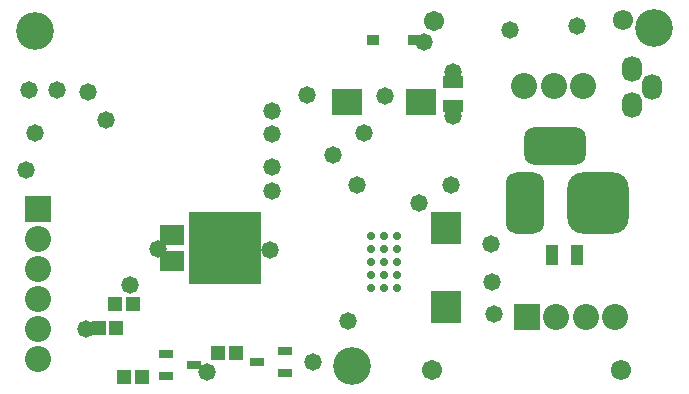
<source format=gbr>
%TF.GenerationSoftware,Altium Limited,Altium Designer,23.4.1 (23)*%
G04 Layer_Color=16711935*
%FSLAX45Y45*%
%MOMM*%
%TF.SameCoordinates,95043EA5-DFE4-4E97-A360-3BE786514F03*%
%TF.FilePolarity,Negative*%
%TF.FileFunction,Soldermask,Bot*%
%TF.Part,Single*%
G01*
G75*
%TA.AperFunction,SMDPad,CuDef*%
%ADD56R,1.15320X1.15320*%
%ADD59R,1.20320X1.15320*%
%TA.AperFunction,ComponentPad*%
%ADD63C,2.20320*%
%ADD64R,2.20320X2.20320*%
%TA.AperFunction,ViaPad*%
%ADD65C,3.20320*%
%TA.AperFunction,ComponentPad*%
%ADD66O,1.70320X1.72720*%
%ADD67C,1.70320*%
%ADD68O,1.70320X2.20320*%
G04:AMPARAMS|DCode=69|XSize=5.2032mm|YSize=3.2032mm|CornerRadius=0.8516mm|HoleSize=0mm|Usage=FLASHONLY|Rotation=180.000|XOffset=0mm|YOffset=0mm|HoleType=Round|Shape=RoundedRectangle|*
%AMROUNDEDRECTD69*
21,1,5.20320,1.50000,0,0,180.0*
21,1,3.50000,3.20320,0,0,180.0*
1,1,1.70320,-1.75000,0.75000*
1,1,1.70320,1.75000,0.75000*
1,1,1.70320,1.75000,-0.75000*
1,1,1.70320,-1.75000,-0.75000*
%
%ADD69ROUNDEDRECTD69*%
G04:AMPARAMS|DCode=70|XSize=3.2032mm|YSize=5.2032mm|CornerRadius=0.8516mm|HoleSize=0mm|Usage=FLASHONLY|Rotation=180.000|XOffset=0mm|YOffset=0mm|HoleType=Round|Shape=RoundedRectangle|*
%AMROUNDEDRECTD70*
21,1,3.20320,3.50000,0,0,180.0*
21,1,1.50000,5.20320,0,0,180.0*
1,1,1.70320,-0.75000,1.75000*
1,1,1.70320,0.75000,1.75000*
1,1,1.70320,0.75000,-1.75000*
1,1,1.70320,-0.75000,-1.75000*
%
%ADD70ROUNDEDRECTD70*%
G04:AMPARAMS|DCode=71|XSize=5.2032mm|YSize=5.2032mm|CornerRadius=1.3516mm|HoleSize=0mm|Usage=FLASHONLY|Rotation=180.000|XOffset=0mm|YOffset=0mm|HoleType=Round|Shape=RoundedRectangle|*
%AMROUNDEDRECTD71*
21,1,5.20320,2.50000,0,0,180.0*
21,1,2.50000,5.20320,0,0,180.0*
1,1,2.70320,-1.25000,1.25000*
1,1,2.70320,1.25000,1.25000*
1,1,2.70320,1.25000,-1.25000*
1,1,2.70320,-1.25000,-1.25000*
%
%ADD71ROUNDEDRECTD71*%
%ADD72R,2.20320X2.20320*%
%TA.AperFunction,ViaPad*%
%ADD73C,1.47320*%
%ADD74C,0.70320*%
%TA.AperFunction,SMDPad,CuDef*%
%ADD75R,6.20320X6.20320*%
%ADD76R,2.00320X1.70320*%
%ADD77R,2.65320X2.75320*%
%ADD78R,1.65320X1.05320*%
%ADD79R,1.05320X1.65320*%
%ADD80R,1.05320X0.90320*%
%ADD81R,2.60320X2.30320*%
%ADD82R,1.20320X0.80320*%
D56*
X784998Y539999D02*
D03*
X935001D02*
D03*
X1950000Y325000D02*
D03*
X1800000D02*
D03*
X1000000Y125000D02*
D03*
X1150000D02*
D03*
D59*
X924997Y740000D02*
D03*
X1074999D02*
D03*
D63*
X4660000Y630000D02*
D03*
X4910000D02*
D03*
X5160000D02*
D03*
X4640000Y2590000D02*
D03*
X4890000D02*
D03*
X4390000D02*
D03*
X275002Y1296004D02*
D03*
Y1042004D02*
D03*
Y788004D02*
D03*
Y534004D02*
D03*
Y280004D02*
D03*
D64*
X4410000Y630000D02*
D03*
D65*
X5490000Y3080000D02*
D03*
X2930000Y220000D02*
D03*
X250000Y3050000D02*
D03*
D66*
X5223089Y3144867D02*
D03*
X5210000Y184867D02*
D03*
D67*
X3623089Y3140000D02*
D03*
X3610000Y180000D02*
D03*
D68*
X5300000Y2430000D02*
D03*
Y2730000D02*
D03*
X5475000Y2580000D02*
D03*
D69*
X4649998Y2076876D02*
D03*
D70*
X4399998Y1594376D02*
D03*
D71*
X5009998D02*
D03*
D72*
X275002Y1550004D02*
D03*
D73*
X2970000Y1750000D02*
D03*
X4840000Y3100000D02*
D03*
X1290000Y1210000D02*
D03*
X2240000Y1200000D02*
D03*
X3790000Y2330000D02*
D03*
X4130000Y660000D02*
D03*
X3790000Y2710000D02*
D03*
X3770000Y1748500D02*
D03*
X3210000Y2500000D02*
D03*
X2900000Y600000D02*
D03*
X3500000Y1600000D02*
D03*
X4120000Y930000D02*
D03*
X4110000Y1250000D02*
D03*
X200000Y2550000D02*
D03*
X1700000Y170000D02*
D03*
X850000Y2300000D02*
D03*
X250000Y2190000D02*
D03*
X430000Y2550000D02*
D03*
X170000Y1880000D02*
D03*
X4270000Y3060000D02*
D03*
X2250000Y2380000D02*
D03*
X3028907Y2193548D02*
D03*
X3540000Y2960000D02*
D03*
X2550000Y2510000D02*
D03*
X700000Y2540000D02*
D03*
X2250000Y2180000D02*
D03*
Y1700000D02*
D03*
X1050000Y900000D02*
D03*
X2767500Y2002500D02*
D03*
X680000Y530000D02*
D03*
X2250000Y1900000D02*
D03*
X2600000Y250000D02*
D03*
D74*
X3309999Y879999D02*
D03*
X3200002D02*
D03*
X3090000D02*
D03*
X3309999Y990002D02*
D03*
X3200002D02*
D03*
X3090000D02*
D03*
X3309999Y1099999D02*
D03*
X3200002D02*
D03*
X3090000D02*
D03*
X3309999Y1210001D02*
D03*
X3200002D02*
D03*
X3090000D02*
D03*
X3309999Y1319998D02*
D03*
X3200002D02*
D03*
X3090000D02*
D03*
D75*
X1852508Y1215000D02*
D03*
D76*
X1407499Y1107500D02*
D03*
Y1322500D02*
D03*
D77*
X3730000Y717500D02*
D03*
Y1382500D02*
D03*
D78*
X3787927Y2622503D02*
D03*
Y2417500D02*
D03*
D79*
X4832503Y1160000D02*
D03*
X4627499D02*
D03*
D80*
X3105001Y2980428D02*
D03*
X3455003D02*
D03*
D81*
X3515003Y2450004D02*
D03*
X2885001D02*
D03*
D82*
X1355000Y130000D02*
D03*
Y320000D02*
D03*
X1595000Y225000D02*
D03*
X2367926Y345000D02*
D03*
Y155000D02*
D03*
X2127926Y250000D02*
D03*
%TF.MD5,964076f279beb4fdfb90822819969c28*%
M02*

</source>
